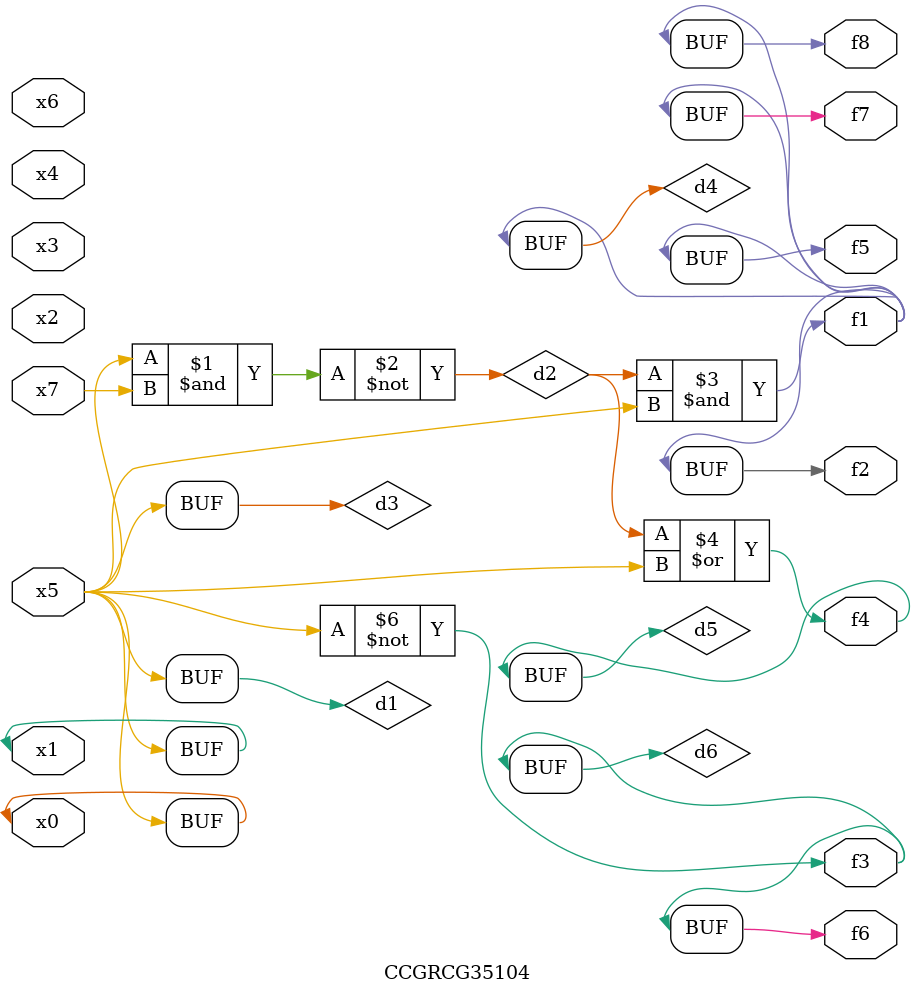
<source format=v>
module CCGRCG35104(
	input x0, x1, x2, x3, x4, x5, x6, x7,
	output f1, f2, f3, f4, f5, f6, f7, f8
);

	wire d1, d2, d3, d4, d5, d6;

	buf (d1, x0, x5);
	nand (d2, x5, x7);
	buf (d3, x0, x1);
	and (d4, d2, d3);
	or (d5, d2, d3);
	nor (d6, d1, d3);
	assign f1 = d4;
	assign f2 = d4;
	assign f3 = d6;
	assign f4 = d5;
	assign f5 = d4;
	assign f6 = d6;
	assign f7 = d4;
	assign f8 = d4;
endmodule

</source>
